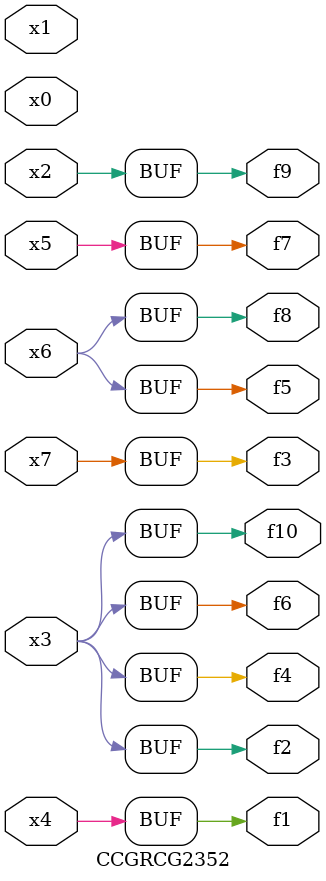
<source format=v>
module CCGRCG2352(
	input x0, x1, x2, x3, x4, x5, x6, x7,
	output f1, f2, f3, f4, f5, f6, f7, f8, f9, f10
);
	assign f1 = x4;
	assign f2 = x3;
	assign f3 = x7;
	assign f4 = x3;
	assign f5 = x6;
	assign f6 = x3;
	assign f7 = x5;
	assign f8 = x6;
	assign f9 = x2;
	assign f10 = x3;
endmodule

</source>
